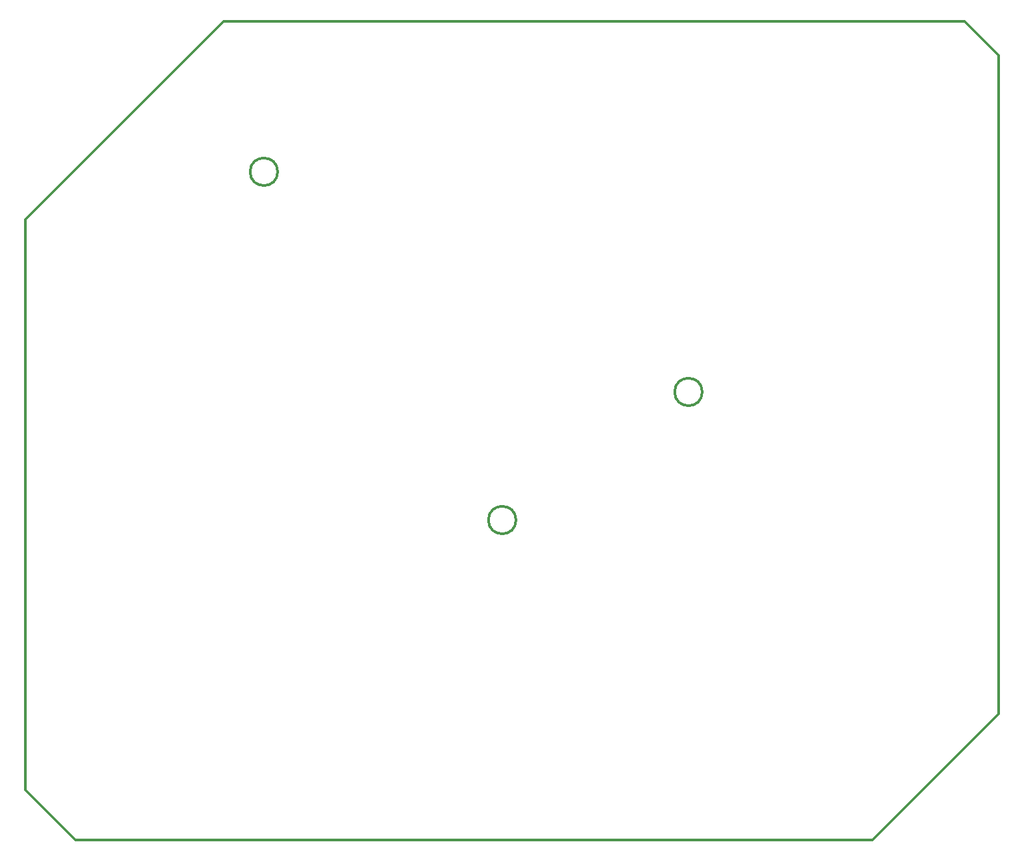
<source format=gbr>
%TF.GenerationSoftware,KiCad,Pcbnew,(5.1.6)-1*%
%TF.CreationDate,2021-04-21T16:58:09+02:00*%
%TF.ProjectId,_7SEG_CONTROL,5f375345-475f-4434-9f4e-54524f4c2e6b,rev?*%
%TF.SameCoordinates,Original*%
%TF.FileFunction,Profile,NP*%
%FSLAX46Y46*%
G04 Gerber Fmt 4.6, Leading zero omitted, Abs format (unit mm)*
G04 Created by KiCad (PCBNEW (5.1.6)-1) date 2021-04-21 16:58:09*
%MOMM*%
%LPD*%
G01*
G04 APERTURE LIST*
%TA.AperFunction,Profile*%
%ADD10C,0.300000*%
%TD*%
G04 APERTURE END LIST*
D10*
X145260000Y-100838000D02*
G75*
G03*
X145260000Y-100838000I-1750000J0D01*
G01*
X168882000Y-84582000D02*
G75*
G03*
X168882000Y-84582000I-1750000J0D01*
G01*
X115034000Y-56642000D02*
G75*
G03*
X115034000Y-56642000I-1750000J0D01*
G01*
X108204000Y-37592000D02*
X83058000Y-62738000D01*
X202184000Y-37592000D02*
X108204000Y-37592000D01*
X206502000Y-41910000D02*
X202184000Y-37592000D01*
X206502000Y-125476000D02*
X206502000Y-41910000D01*
X195834000Y-136144000D02*
X206502000Y-125476000D01*
X89408000Y-141478000D02*
X190500000Y-141478000D01*
X83058000Y-135128000D02*
X89408000Y-141478000D01*
X83058000Y-62738000D02*
X83058000Y-135128000D01*
X190500000Y-141478000D02*
X195834000Y-136144000D01*
M02*

</source>
